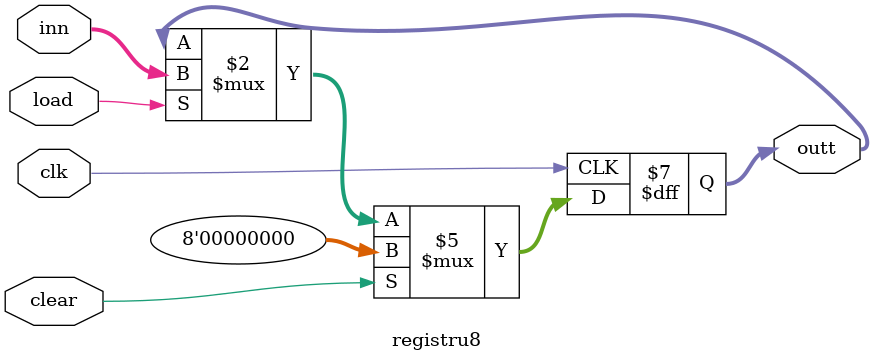
<source format=v>
`timescale 1ns / 1ps


module registru8(inn, outt, clear, load, clk);
    output[7:0] outt;
    reg[7:0] outt;
    input[7:0] inn;
    input clear, load, clk;
    
    always @(posedge clk)
        if (clear)
            outt <= 0;
        else if (load)
            outt <= inn;
    
endmodule


</source>
